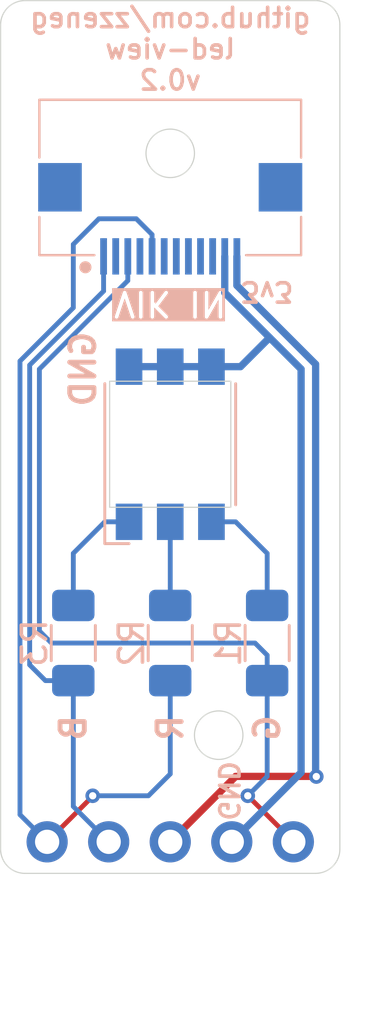
<source format=kicad_pcb>
(kicad_pcb (version 20240108) (generator "pcbnew") (generator_version "8.0")
  (layers (0 "F.Cu" signal) (31 "B.Cu" signal) (34 "B.Paste" user) (35 "F.Paste" user) (36 "B.SilkS" user "B.Silkscreen") (37 "F.SilkS" user "F.Silkscreen") (38 "B.Mask" user) (39 "F.Mask" user) (44 "Edge.Cuts" user))
  (net 0 "")
  (net 1 "Net-(D1-KB)")
  (net 2 "Net-(D1-KG)")
  (net 3 "GND")
  (net 4 "Net-(D1-KR)")
  (net 12 "BLUE{slash}SCK")
  (net 13 "GREEN{slash}CS")
  (net 14 "RED{slash}MOSI")
  (net 15 "+3.3V")
  (footprint "Connector_PinSocket_2.54mm:PinSocket_1x05_P2.54mm_Vertical" (layer "F.Cu") (at 133.84 89.22 90)
    (property "Reference" "J2" (hide yes))
    (property "Value" "Conn_01x05_Socket")
    (pad "1" thru_hole circle (at 0 0 90) (size 1.7 1.7) (drill 1) (layers "*.Cu" "*.Mask") (net 14 "RED{slash}MOSI"))
    (pad "2" thru_hole oval (at 0 2.54 90) (size 1.7 1.7) (drill 1) (layers "*.Cu" "*.Mask") (net 12 "BLUE{slash}SCK"))
    (pad "3" thru_hole oval (at 0 5.08 90) (size 1.7 1.7) (drill 1) (layers "*.Cu" "*.Mask") (net 15 "+3.3V"))
    (pad "4" thru_hole oval (at 0 7.62 90) (size 1.7 1.7) (drill 1) (layers "*.Cu" "*.Mask") (net 3 "GND"))
    (pad "5" thru_hole oval (at 0 10.16 90) (size 1.7 1.7) (drill 1) (layers "*.Cu" "*.Mask") (net 13 "GREEN{slash}CS"))
  )
  (footprint "zzkeeb:LED_RGB_5050-6-flip" (layer "F.Cu") (at 138.92 72.82 90)
    (property "Reference" "D1" (hide yes))
    (property "Value" "Inolux_IN-P55TATRGB")
    (fp_line (start 2.5 -2.7) (end -4.1 -2.7) (stroke (width 0.12)) (layer "B.SilkS"))
    (fp_line (start -4.1 -1.7) (end -4.1 -2.7) (stroke (width 0.12)) (layer "B.SilkS"))
    (fp_line (start -2.5 2.7) (end 2.5 2.7) (stroke (width 0.12)) (layer "B.SilkS"))
    (fp_rect (start -2.6 -2.5) (end 2.6 2.5) (stroke (width 0.05)) (fill none) (layer "Edge.Cuts"))
    (pad "1" smd rect (at -3.2 -1.7) (size 1.1 1.5) (layers "B.Cu" "B.Paste" "B.Mask") (net 1 "Net-(D1-KB)"))
    (pad "2" smd rect (at -3.2 0) (size 1.1 1.5) (layers "B.Cu" "B.Paste" "B.Mask") (net 4 "Net-(D1-KR)"))
    (pad "3" smd rect (at -3.2 1.7) (size 1.1 1.5) (layers "B.Cu" "B.Paste" "B.Mask") (net 2 "Net-(D1-KG)"))
    (pad "4" smd rect (at 3.2 1.7) (size 1.1 1.5) (layers "B.Cu" "B.Paste" "B.Mask") (net 3 "GND"))
    (pad "5" smd rect (at 3.2 0) (size 1.1 1.5) (layers "B.Cu" "B.Paste" "B.Mask") (net 3 "GND"))
    (pad "6" smd rect (at 3.2 -1.7) (size 1.1 1.5) (layers "B.Cu" "B.Paste" "B.Mask") (net 3 "GND"))
  )
  (footprint "Resistor_SMD:R_1206_3216Metric_Pad1.30x1.75mm_HandSolder" (layer "B.Cu") (at 142.92 81.02 -90)
    (property "Reference" "R1" (at 0 1.6 90) (layer "B.SilkS") (effects (justify mirror)))
    (property "Value" "R")
    (fp_line (start 0.727064 0.91) (end -0.727064 0.91) (stroke (width 0.12)) (layer "B.SilkS"))
    (fp_line (start 0.727064 -0.91) (end -0.727064 -0.91) (stroke (width 0.12)) (layer "B.SilkS"))
    (pad "1" smd roundrect (at -1.55 0 270) (size 1.3 1.75) (layers "B.Cu" "B.Paste" "B.Mask") (roundrect_rratio 0.192308) (net 2 "Net-(D1-KG)"))
    (pad "2" smd roundrect (at 1.55 0 270) (size 1.3 1.75) (layers "B.Cu" "B.Paste" "B.Mask") (roundrect_rratio 0.192308) (net 13 "GREEN{slash}CS"))
  )
  (footprint "zzkeeb:Connector_VIK-horizontal-module" (layer "B.Cu") (at 138.92 63.52)
    (property "Reference" "J1")
    (property "Value" "vik-module-connector" (hide yes))
    (fp_line (start -5.4 -4.909) (end 5.4 -4.909) (stroke (width 0.1)) (layer "B.SilkS"))
    (fp_line (start -5.4 -2.526) (end -5.4 -4.909) (stroke (width 0.1)) (layer "B.SilkS"))
    (fp_line (start -5.4 1.5) (end -5.4 -0.075) (stroke (width 0.1)) (layer "B.SilkS"))
    (fp_line (start -3.131 1.5) (end -5.4 1.5) (stroke (width 0.1)) (layer "B.SilkS"))
    (fp_line (start 3.131 1.5) (end 5.4 1.5) (stroke (width 0.1)) (layer "B.SilkS"))
    (fp_line (start 5.4 -2.526) (end 5.4 -4.909) (stroke (width 0.1)) (layer "B.SilkS"))
    (fp_line (start 5.4 1.5) (end 5.4 -0.075) (stroke (width 0.1)) (layer "B.SilkS"))
    (fp_circle (center -3.5 2) (end -3.375 2) (stroke (width 0.25)) (fill none) (layer "B.SilkS"))
    (fp_text user "3v3" (at 4 3 180) (layer "B.SilkS") (effects (font (size 0.8 0.8)) (justify mirror)))
    (fp_text user "VIK IN" (at 0 3.5 180) (layer "B.SilkS" knockout) (effects (justify mirror)))
    (pad "1" smd rect (at -2.75 1.55) (size 0.28 1.5) (layers "B.Cu" "B.Paste" "B.Mask") (net 12 "BLUE{slash}SCK"))
    (pad "2" smd rect (at -2.25 1.55) (size 0.28 1.5) (layers "B.Cu" "B.Paste" "B.Mask"))
    (pad "3" smd rect (at -1.75 1.55) (size 0.28 1.5) (layers "B.Cu" "B.Paste" "B.Mask") (net 13 "GREEN{slash}CS"))
    (pad "4" smd rect (at -1.25 1.55) (size 0.28 1.5) (layers "B.Cu" "B.Paste" "B.Mask"))
    (pad "5" smd rect (at -0.75 1.55) (size 0.28 1.5) (layers "B.Cu" "B.Paste" "B.Mask") (net 14 "RED{slash}MOSI"))
    (pad "6" smd rect (at -0.25 1.55) (size 0.28 1.5) (layers "B.Cu" "B.Paste" "B.Mask"))
    (pad "7" smd rect (at 0.25 1.55) (size 0.28 1.5) (layers "B.Cu" "B.Paste" "B.Mask"))
    (pad "8" smd rect (at 0.75 1.55) (size 0.28 1.5) (layers "B.Cu" "B.Paste" "B.Mask"))
    (pad "9" smd rect (at 1.25 1.55) (size 0.28 1.5) (layers "B.Cu" "B.Paste" "B.Mask"))
    (pad "10" smd rect (at 1.75 1.55) (size 0.28 1.5) (layers "B.Cu" "B.Paste" "B.Mask"))
    (pad "11" smd rect (at 2.25 1.55) (size 0.28 1.5) (layers "B.Cu" "B.Paste" "B.Mask") (net 3 "GND"))
    (pad "12" smd rect (at 2.75 1.55) (size 0.28 1.5) (layers "B.Cu" "B.Paste" "B.Mask") (net 15 "+3.3V"))
    (pad "MP" smd rect (at -4.55 -1.3) (size 1.8 2) (layers "B.Cu" "B.Paste" "B.Mask"))
    (pad "MP" smd rect (at 4.55 -1.3) (size 1.8 2) (layers "B.Cu" "B.Paste" "B.Mask"))
  )
  (footprint "Resistor_SMD:R_1206_3216Metric_Pad1.30x1.75mm_HandSolder" (layer "B.Cu") (at 138.92 81.02 -90)
    (property "Reference" "R2" (at 0 1.6 90) (layer "B.SilkS") (effects (justify mirror)))
    (property "Value" "R")
    (fp_line (start 0.727064 0.91) (end -0.727064 0.91) (stroke (width 0.12)) (layer "B.SilkS"))
    (fp_line (start 0.727064 -0.91) (end -0.727064 -0.91) (stroke (width 0.12)) (layer "B.SilkS"))
    (pad "1" smd roundrect (at -1.55 0 270) (size 1.3 1.75) (layers "B.Cu" "B.Paste" "B.Mask") (roundrect_rratio 0.192308) (net 4 "Net-(D1-KR)"))
    (pad "2" smd roundrect (at 1.55 0 270) (size 1.3 1.75) (layers "B.Cu" "B.Paste" "B.Mask") (roundrect_rratio 0.192308) (net 14 "RED{slash}MOSI"))
  )
  (footprint "Resistor_SMD:R_1206_3216Metric_Pad1.30x1.75mm_HandSolder" (layer "B.Cu") (at 134.92 81.02 -90)
    (property "Reference" "R3" (at 0 1.6 90) (layer "B.SilkS") (effects (justify mirror)))
    (property "Value" "R")
    (fp_line (start 0.727064 0.91) (end -0.727064 0.91) (stroke (width 0.12)) (layer "B.SilkS"))
    (fp_line (start 0.727064 -0.91) (end -0.727064 -0.91) (stroke (width 0.12)) (layer "B.SilkS"))
    (pad "1" smd roundrect (at -1.55 0 270) (size 1.3 1.75) (layers "B.Cu" "B.Paste" "B.Mask") (roundrect_rratio 0.192308) (net 1 "Net-(D1-KB)"))
    (pad "2" smd roundrect (at 1.55 0 270) (size 1.3 1.75) (layers "B.Cu" "B.Paste" "B.Mask") (roundrect_rratio 0.192308) (net 12 "BLUE{slash}SCK"))
  )
  (gr_circle (center 140.92 84.82) (end 141.92 84.82) (stroke (width 0.05)) (fill none) (layer "Edge.Cuts"))
  (gr_circle (center 138.92 60.82) (end 139.92 60.82) (stroke (width 0.05)) (fill none) (layer "Edge.Cuts"))
  (gr_arc (start 144.92 54.52) (mid 145.627107 54.812893) (end 145.92 55.52) (stroke (width 0.05)) (layer "Edge.Cuts"))
  (gr_line (start 132.92 90.52) (end 144.92 90.52) (stroke (width 0.05)) (layer "Edge.Cuts"))
  (gr_line (start 144.92 54.52) (end 132.92 54.52) (stroke (width 0.05)) (layer "Edge.Cuts"))
  (gr_line (start 145.92 89.52) (end 145.92 55.52) (stroke (width 0.05)) (layer "Edge.Cuts"))
  (gr_arc (start 132.92 90.52) (mid 132.212893 90.227107) (end 131.92 89.52) (stroke (width 0.05)) (layer "Edge.Cuts"))
  (gr_arc (start 145.92 89.52) (mid 145.627107 90.227107) (end 144.92 90.52) (stroke (width 0.05)) (layer "Edge.Cuts"))
  (gr_arc (start 131.92 55.52) (mid 132.212893 54.812893) (end 132.92 54.52) (stroke (width 0.05)) (layer "Edge.Cuts"))
  (gr_line (start 131.92 55.52) (end 131.92 89.52) (stroke (width 0.05)) (layer "Edge.Cuts"))
  (gr_text "github.com/zzeneg\nled-view\nv0.2" (at 138.92 56.52 0) (layer "B.SilkS") (effects (font (size 0.8 0.8) (thickness 0.15) (bold yes)) (justify mirror)))
  (gr_text "B" (at 134.92 84.52 90) (layer "B.SilkS") (effects (font (size 1 1) (thickness 0.2) (bold yes)) (justify mirror)))
  (gr_text "GND" (at 141.32 87.12 -90) (layer "B.SilkS") (effects (font (size 0.8 0.8) (thickness 0.15) (bold yes)) (justify mirror)))
  (gr_text "GND" (at 135.32 69.72 90) (layer "B.SilkS") (effects (font (size 1 1) (thickness 0.2) (bold yes)) (justify mirror)))
  (gr_text "G" (at 142.92 84.52 90) (layer "B.SilkS") (effects (font (size 1 1) (thickness 0.2) (bold yes)) (justify mirror)))
  (gr_text "R" (at 138.92 84.52 90) (layer "B.SilkS") (effects (font (size 1 1) (thickness 0.2) (bold yes)) (justify mirror)))
  (segment (start 134.92 77.32) (end 134.92 79.97) (width 0.2) (layer "B.Cu") (net 1))
  (segment (start 136.22 76.02) (end 134.92 77.32) (width 0.2) (layer "B.Cu") (net 1))
  (segment (start 137.22 76.02) (end 136.22 76.02) (width 0.2) (layer "B.Cu") (net 1))
  (segment (start 142.92 77.32) (end 142.92 79.97) (width 0.2) (layer "B.Cu") (net 2))
  (segment (start 141.62 76.02) (end 142.92 77.32) (width 0.2) (layer "B.Cu") (net 2))
  (segment (start 140.62 76.02) (end 141.62 76.02) (width 0.2) (layer "B.Cu") (net 2))
  (segment (start 140.62 69.62) (end 137.22 69.62) (width 0.3) (layer "B.Cu") (net 3))
  (segment (start 143.02 68.42) (end 141.82 69.62) (width 0.3) (layer "B.Cu") (net 3))
  (segment (start 141.46 89.22) (end 144.32 86.36) (width 0.3) (layer "B.Cu") (net 3))
  (segment (start 141.82 69.62) (end 140.62 69.62) (width 0.3) (layer "B.Cu") (net 3))
  (segment (start 141.17 66.57) (end 141.17 65.07) (width 0.3) (layer "B.Cu") (net 3))
  (segment (start 144.32 69.72) (end 141.17 66.57) (width 0.3) (layer "B.Cu") (net 3))
  (segment (start 144.32 86.36) (end 144.32 69.72) (width 0.3) (layer "B.Cu") (net 3))
  (segment (start 138.92 76.02) (end 138.92 79.97) (width 0.2) (layer "B.Cu") (net 4))
  (segment (start 136.17 66.504314) (end 136.17 65.07) (width 0.2) (layer "B.Cu") (net 12))
  (segment (start 133.12 69.554314) (end 136.17 66.504314) (width 0.2) (layer "B.Cu") (net 12))
  (segment (start 136.38 89.22) (end 134.92 87.76) (width 0.2) (layer "B.Cu") (net 12))
  (segment (start 133.77 82.57) (end 133.12 81.92) (width 0.2) (layer "B.Cu") (net 12))
  (segment (start 134.92 82.57) (end 133.77 82.57) (width 0.2) (layer "B.Cu") (net 12))
  (segment (start 133.12 81.92) (end 133.12 69.554314) (width 0.2) (layer "B.Cu") (net 12))
  (segment (start 134.92 87.76) (end 134.92 82.57) (width 0.2) (layer "B.Cu") (net 12))
  (segment (start 144 89.2) (end 144 89.22) (width 0.2) (layer "F.Cu") (net 13))
  (segment (start 142.12 87.32) (end 144 89.2) (width 0.2) (layer "F.Cu") (net 13))
  (via (at 142.12 87.32) (size 0.6) (drill 0.3) (layers "F.Cu" "B.Cu") (net 13))
  (segment (start 142.12 87.32) (end 142.92 86.52) (width 0.2) (layer "B.Cu") (net 13))
  (segment (start 142.92 86.52) (end 142.92 82.57) (width 0.2) (layer "B.Cu") (net 13))
  (segment (start 142.92 81.52) (end 142.42 81.02) (width 0.2) (layer "B.Cu") (net 13))
  (segment (start 133.52 80.52) (end 133.52 69.72) (width 0.2) (layer "B.Cu") (net 13))
  (segment (start 142.92 82.57) (end 142.92 81.52) (width 0.2) (layer "B.Cu") (net 13))
  (segment (start 134.02 81.02) (end 133.52 80.52) (width 0.2) (layer "B.Cu") (net 13))
  (segment (start 142.42 81.02) (end 134.02 81.02) (width 0.2) (layer "B.Cu") (net 13))
  (segment (start 137.17 66.07) (end 137.17 65.07) (width 0.2) (layer "B.Cu") (net 13))
  (segment (start 133.52 69.72) (end 137.17 66.07) (width 0.2) (layer "B.Cu") (net 13))
  (segment (start 135.72 87.32) (end 135.72 87.34) (width 0.2) (layer "F.Cu") (net 14))
  (segment (start 135.72 87.34) (end 133.84 89.22) (width 0.2) (layer "F.Cu") (net 14))
  (via (at 135.72 87.32) (size 0.6) (drill 0.3) (layers "F.Cu" "B.Cu") (net 14))
  (segment (start 138.92 86.42) (end 138.92 83.07) (width 0.2) (layer "B.Cu") (net 14))
  (segment (start 134.92 67.188628) (end 134.92 64.575) (width 0.2) (layer "B.Cu") (net 14))
  (segment (start 135.72 87.32) (end 138.02 87.32) (width 0.2) (layer "B.Cu") (net 14))
  (segment (start 133.84 89.22) (end 132.72 88.1) (width 0.2) (layer "B.Cu") (net 14))
  (segment (start 134.92 64.575) (end 135.975 63.52) (width 0.2) (layer "B.Cu") (net 14))
  (segment (start 132.72 69.388628) (end 134.92 67.188628) (width 0.2) (layer "B.Cu") (net 14))
  (segment (start 137.52 63.52) (end 138.17 64.17) (width 0.2) (layer "B.Cu") (net 14))
  (segment (start 138.02 87.32) (end 138.92 86.42) (width 0.2) (layer "B.Cu") (net 14))
  (segment (start 138.17 64.17) (end 138.17 65.07) (width 0.2) (layer "B.Cu") (net 14))
  (segment (start 132.72 88.1) (end 132.72 69.388628) (width 0.2) (layer "B.Cu") (net 14))
  (segment (start 135.975 63.52) (end 137.52 63.52) (width 0.2) (layer "B.Cu") (net 14))
  (segment (start 144.940573 86.52) (end 141.62 86.52) (width 0.3) (layer "F.Cu") (net 15))
  (segment (start 144.948054 86.527481) (end 144.940573 86.52) (width 0.3) (layer "F.Cu") (net 15))
  (segment (start 141.62 86.52) (end 138.92 89.22) (width 0.3) (layer "F.Cu") (net 15))
  (via (at 144.948054 86.527481) (size 0.6) (drill 0.3) (layers "F.Cu" "B.Cu") (net 15))
  (segment (start 144.92 69.52) (end 141.67 66.27) (width 0.3) (layer "B.Cu") (net 15))
  (segment (start 144.948054 86.527481) (end 144.92 86.499427) (width 0.3) (layer "B.Cu") (net 15))
  (segment (start 141.67 66.27) (end 141.67 65.07) (width 0.3) (layer "B.Cu") (net 15))
  (segment (start 144.92 86.499427) (end 144.92 69.52) (width 0.3) (layer "B.Cu") (net 15))
)
</source>
